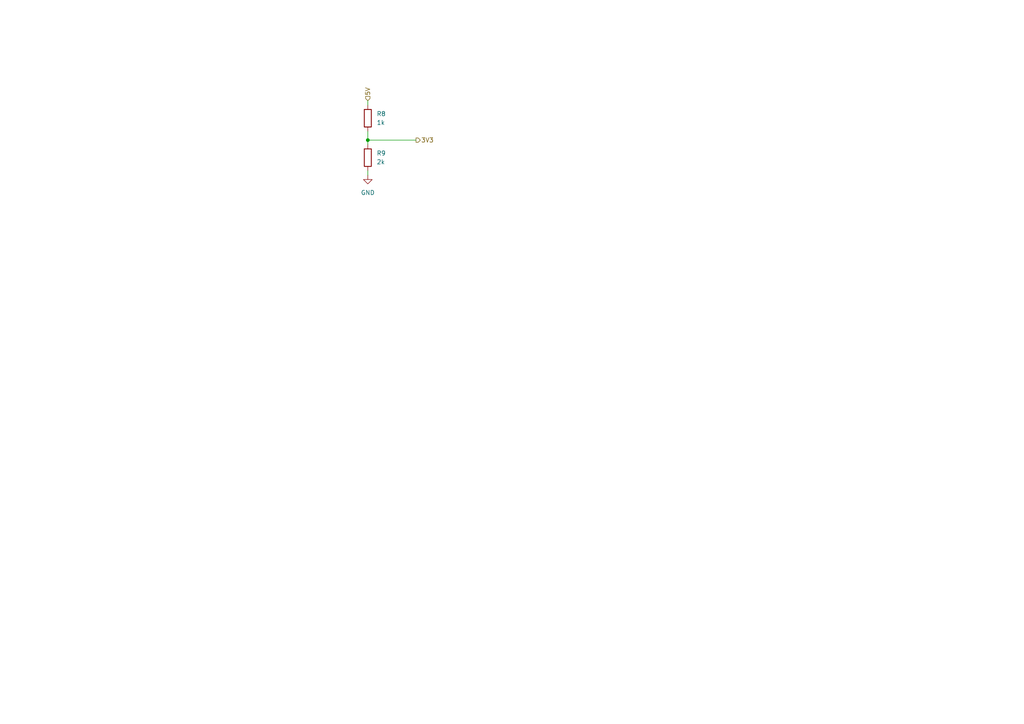
<source format=kicad_sch>
(kicad_sch
	(version 20231120)
	(generator "eeschema")
	(generator_version "8.0")
	(uuid "19146ad9-9ba2-40a1-9c56-5b501e71e73b")
	(paper "A4")
	(lib_symbols
		(symbol "Device:R"
			(pin_numbers hide)
			(pin_names
				(offset 0)
			)
			(exclude_from_sim no)
			(in_bom yes)
			(on_board yes)
			(property "Reference" "R"
				(at 2.032 0 90)
				(effects
					(font
						(size 1.27 1.27)
					)
				)
			)
			(property "Value" "R"
				(at 0 0 90)
				(effects
					(font
						(size 1.27 1.27)
					)
				)
			)
			(property "Footprint" ""
				(at -1.778 0 90)
				(effects
					(font
						(size 1.27 1.27)
					)
					(hide yes)
				)
			)
			(property "Datasheet" "~"
				(at 0 0 0)
				(effects
					(font
						(size 1.27 1.27)
					)
					(hide yes)
				)
			)
			(property "Description" "Resistor"
				(at 0 0 0)
				(effects
					(font
						(size 1.27 1.27)
					)
					(hide yes)
				)
			)
			(property "ki_keywords" "R res resistor"
				(at 0 0 0)
				(effects
					(font
						(size 1.27 1.27)
					)
					(hide yes)
				)
			)
			(property "ki_fp_filters" "R_*"
				(at 0 0 0)
				(effects
					(font
						(size 1.27 1.27)
					)
					(hide yes)
				)
			)
			(symbol "R_0_1"
				(rectangle
					(start -1.016 -2.54)
					(end 1.016 2.54)
					(stroke
						(width 0.254)
						(type default)
					)
					(fill
						(type none)
					)
				)
			)
			(symbol "R_1_1"
				(pin passive line
					(at 0 3.81 270)
					(length 1.27)
					(name "~"
						(effects
							(font
								(size 1.27 1.27)
							)
						)
					)
					(number "1"
						(effects
							(font
								(size 1.27 1.27)
							)
						)
					)
				)
				(pin passive line
					(at 0 -3.81 90)
					(length 1.27)
					(name "~"
						(effects
							(font
								(size 1.27 1.27)
							)
						)
					)
					(number "2"
						(effects
							(font
								(size 1.27 1.27)
							)
						)
					)
				)
			)
		)
		(symbol "power:GND"
			(power)
			(pin_numbers hide)
			(pin_names
				(offset 0) hide)
			(exclude_from_sim no)
			(in_bom yes)
			(on_board yes)
			(property "Reference" "#PWR"
				(at 0 -6.35 0)
				(effects
					(font
						(size 1.27 1.27)
					)
					(hide yes)
				)
			)
			(property "Value" "GND"
				(at 0 -3.81 0)
				(effects
					(font
						(size 1.27 1.27)
					)
				)
			)
			(property "Footprint" ""
				(at 0 0 0)
				(effects
					(font
						(size 1.27 1.27)
					)
					(hide yes)
				)
			)
			(property "Datasheet" ""
				(at 0 0 0)
				(effects
					(font
						(size 1.27 1.27)
					)
					(hide yes)
				)
			)
			(property "Description" "Power symbol creates a global label with name \"GND\" , ground"
				(at 0 0 0)
				(effects
					(font
						(size 1.27 1.27)
					)
					(hide yes)
				)
			)
			(property "ki_keywords" "global power"
				(at 0 0 0)
				(effects
					(font
						(size 1.27 1.27)
					)
					(hide yes)
				)
			)
			(symbol "GND_0_1"
				(polyline
					(pts
						(xy 0 0) (xy 0 -1.27) (xy 1.27 -1.27) (xy 0 -2.54) (xy -1.27 -1.27) (xy 0 -1.27)
					)
					(stroke
						(width 0)
						(type default)
					)
					(fill
						(type none)
					)
				)
			)
			(symbol "GND_1_1"
				(pin power_in line
					(at 0 0 270)
					(length 0)
					(name "~"
						(effects
							(font
								(size 1.27 1.27)
							)
						)
					)
					(number "1"
						(effects
							(font
								(size 1.27 1.27)
							)
						)
					)
				)
			)
		)
	)
	(junction
		(at 106.68 40.64)
		(diameter 0)
		(color 0 0 0 0)
		(uuid "1b5234a0-2677-4c5a-b62a-a65fe942086e")
	)
	(wire
		(pts
			(xy 106.68 40.64) (xy 106.68 41.91)
		)
		(stroke
			(width 0)
			(type default)
		)
		(uuid "234ac0b3-6a90-4eaf-960f-f562e4a32b18")
	)
	(wire
		(pts
			(xy 106.68 49.53) (xy 106.68 50.8)
		)
		(stroke
			(width 0)
			(type default)
		)
		(uuid "70bb7a3f-0d92-4d0f-8621-83de58b628ab")
	)
	(wire
		(pts
			(xy 106.68 38.1) (xy 106.68 40.64)
		)
		(stroke
			(width 0)
			(type default)
		)
		(uuid "7c35bf66-bea0-4e0f-a58a-bfd0c3cccfd9")
	)
	(wire
		(pts
			(xy 106.68 29.21) (xy 106.68 30.48)
		)
		(stroke
			(width 0)
			(type default)
		)
		(uuid "b6539ce3-6d9f-47da-86d8-0c862e38abf9")
	)
	(wire
		(pts
			(xy 106.68 40.64) (xy 120.65 40.64)
		)
		(stroke
			(width 0)
			(type default)
		)
		(uuid "d7fed77d-cb33-4e1f-9282-529bbcf22e16")
	)
	(hierarchical_label "5V"
		(shape input)
		(at 106.68 29.21 90)
		(fields_autoplaced yes)
		(effects
			(font
				(size 1.27 1.27)
			)
			(justify left)
		)
		(uuid "aec9b24d-d59b-4f92-8c3d-54ba7440d9db")
	)
	(hierarchical_label "3V3"
		(shape output)
		(at 120.65 40.64 0)
		(fields_autoplaced yes)
		(effects
			(font
				(size 1.27 1.27)
			)
			(justify left)
		)
		(uuid "e7197179-a40a-4cc2-bef9-3b14475e823a")
	)
	(symbol
		(lib_id "power:GND")
		(at 106.68 50.8 0)
		(unit 1)
		(exclude_from_sim no)
		(in_bom yes)
		(on_board yes)
		(dnp no)
		(fields_autoplaced yes)
		(uuid "18a5b939-dd4b-4e25-8b06-5fabc280ec5b")
		(property "Reference" "#PWR044"
			(at 106.68 57.15 0)
			(effects
				(font
					(size 1.27 1.27)
				)
				(hide yes)
			)
		)
		(property "Value" "GND"
			(at 106.68 55.88 0)
			(effects
				(font
					(size 1.27 1.27)
				)
			)
		)
		(property "Footprint" ""
			(at 106.68 50.8 0)
			(effects
				(font
					(size 1.27 1.27)
				)
				(hide yes)
			)
		)
		(property "Datasheet" ""
			(at 106.68 50.8 0)
			(effects
				(font
					(size 1.27 1.27)
				)
				(hide yes)
			)
		)
		(property "Description" "Power symbol creates a global label with name \"GND\" , ground"
			(at 106.68 50.8 0)
			(effects
				(font
					(size 1.27 1.27)
				)
				(hide yes)
			)
		)
		(pin "1"
			(uuid "ef9ec846-9507-4577-85a4-0b2a2ff34b13")
		)
		(instances
			(project "konar2"
				(path "/c9154aa1-f1b7-423e-bcde-0c6434e2094e/48730264-919d-429f-8108-1fab5075354c"
					(reference "#PWR044")
					(unit 1)
				)
				(path "/c9154aa1-f1b7-423e-bcde-0c6434e2094e/55a66934-217c-4568-af5a-e589e4c4cd00"
					(reference "#PWR043")
					(unit 1)
				)
				(path "/c9154aa1-f1b7-423e-bcde-0c6434e2094e/7520297e-d746-4426-88bd-7e2b96e5ef89"
					(reference "#PWR045")
					(unit 1)
				)
				(path "/c9154aa1-f1b7-423e-bcde-0c6434e2094e/df725c2d-6512-4d51-8c4d-8abeecc88a02"
					(reference "#PWR050")
					(unit 1)
				)
			)
		)
	)
	(symbol
		(lib_id "Device:R")
		(at 106.68 34.29 0)
		(unit 1)
		(exclude_from_sim no)
		(in_bom yes)
		(on_board yes)
		(dnp no)
		(fields_autoplaced yes)
		(uuid "9283e5ac-d222-4ac4-9fcd-bd1d38a5ef73")
		(property "Reference" "R8"
			(at 109.22 33.0199 0)
			(effects
				(font
					(size 1.27 1.27)
				)
				(justify left)
			)
		)
		(property "Value" "1k"
			(at 109.22 35.5599 0)
			(effects
				(font
					(size 1.27 1.27)
				)
				(justify left)
			)
		)
		(property "Footprint" "Resistor_SMD:R_0805_2012Metric"
			(at 104.902 34.29 90)
			(effects
				(font
					(size 1.27 1.27)
				)
				(hide yes)
			)
		)
		(property "Datasheet" "~"
			(at 106.68 34.29 0)
			(effects
				(font
					(size 1.27 1.27)
				)
				(hide yes)
			)
		)
		(property "Description" "Resistor"
			(at 106.68 34.29 0)
			(effects
				(font
					(size 1.27 1.27)
				)
				(hide yes)
			)
		)
		(pin "2"
			(uuid "fc05cd2f-2abc-4859-90c4-3c4f909339fa")
		)
		(pin "1"
			(uuid "3f47a53b-88cb-4081-9489-739f41e37646")
		)
		(instances
			(project "konar2"
				(path "/c9154aa1-f1b7-423e-bcde-0c6434e2094e/48730264-919d-429f-8108-1fab5075354c"
					(reference "R8")
					(unit 1)
				)
				(path "/c9154aa1-f1b7-423e-bcde-0c6434e2094e/55a66934-217c-4568-af5a-e589e4c4cd00"
					(reference "R6")
					(unit 1)
				)
				(path "/c9154aa1-f1b7-423e-bcde-0c6434e2094e/7520297e-d746-4426-88bd-7e2b96e5ef89"
					(reference "R10")
					(unit 1)
				)
				(path "/c9154aa1-f1b7-423e-bcde-0c6434e2094e/df725c2d-6512-4d51-8c4d-8abeecc88a02"
					(reference "R12")
					(unit 1)
				)
			)
		)
	)
	(symbol
		(lib_id "Device:R")
		(at 106.68 45.72 0)
		(unit 1)
		(exclude_from_sim no)
		(in_bom yes)
		(on_board yes)
		(dnp no)
		(fields_autoplaced yes)
		(uuid "bcc7dbd1-420c-45cc-9a49-ffcde8a809a1")
		(property "Reference" "R9"
			(at 109.22 44.4499 0)
			(effects
				(font
					(size 1.27 1.27)
				)
				(justify left)
			)
		)
		(property "Value" "2k"
			(at 109.22 46.9899 0)
			(effects
				(font
					(size 1.27 1.27)
				)
				(justify left)
			)
		)
		(property "Footprint" "Resistor_SMD:R_0805_2012Metric"
			(at 104.902 45.72 90)
			(effects
				(font
					(size 1.27 1.27)
				)
				(hide yes)
			)
		)
		(property "Datasheet" "~"
			(at 106.68 45.72 0)
			(effects
				(font
					(size 1.27 1.27)
				)
				(hide yes)
			)
		)
		(property "Description" "Resistor"
			(at 106.68 45.72 0)
			(effects
				(font
					(size 1.27 1.27)
				)
				(hide yes)
			)
		)
		(pin "1"
			(uuid "41b43c02-b2db-4284-8274-6a8c5302fe40")
		)
		(pin "2"
			(uuid "b1c9ccf2-64d7-492c-a87a-8454c9323e1a")
		)
		(instances
			(project "konar2"
				(path "/c9154aa1-f1b7-423e-bcde-0c6434e2094e/48730264-919d-429f-8108-1fab5075354c"
					(reference "R9")
					(unit 1)
				)
				(path "/c9154aa1-f1b7-423e-bcde-0c6434e2094e/55a66934-217c-4568-af5a-e589e4c4cd00"
					(reference "R7")
					(unit 1)
				)
				(path "/c9154aa1-f1b7-423e-bcde-0c6434e2094e/7520297e-d746-4426-88bd-7e2b96e5ef89"
					(reference "R11")
					(unit 1)
				)
				(path "/c9154aa1-f1b7-423e-bcde-0c6434e2094e/df725c2d-6512-4d51-8c4d-8abeecc88a02"
					(reference "R13")
					(unit 1)
				)
			)
		)
	)
)
</source>
